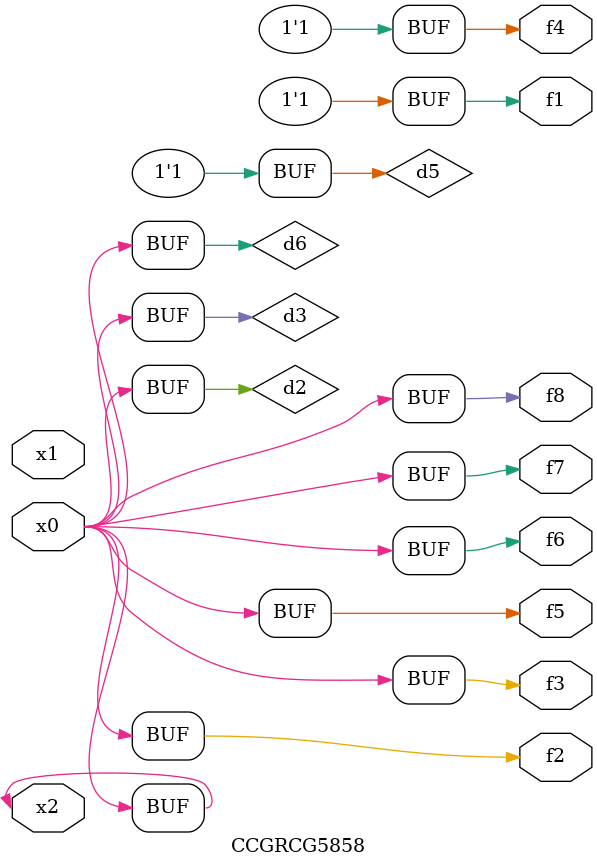
<source format=v>
module CCGRCG5858(
	input x0, x1, x2,
	output f1, f2, f3, f4, f5, f6, f7, f8
);

	wire d1, d2, d3, d4, d5, d6;

	xnor (d1, x2);
	buf (d2, x0, x2);
	and (d3, x0);
	xnor (d4, x1, x2);
	nand (d5, d1, d3);
	buf (d6, d2, d3);
	assign f1 = d5;
	assign f2 = d6;
	assign f3 = d6;
	assign f4 = d5;
	assign f5 = d6;
	assign f6 = d6;
	assign f7 = d6;
	assign f8 = d6;
endmodule

</source>
